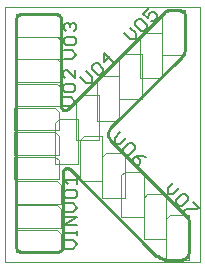
<source format=gto>
G75*
%MOIN*%
%OFA0B0*%
%FSLAX24Y24*%
%IPPOS*%
%LPD*%
%AMOC8*
5,1,8,0,0,1.08239X$1,22.5*
%
%ADD10C,0.0000*%
%ADD11C,0.0100*%
%ADD12C,0.0040*%
%ADD13C,0.0080*%
D10*
X002267Y002517D02*
X002267Y011017D01*
X008767Y011017D01*
X008767Y002517D01*
X002267Y002517D01*
D11*
X002642Y003027D02*
X002642Y010590D01*
X002641Y010590D02*
X002643Y010615D01*
X002648Y010640D01*
X002657Y010664D01*
X002669Y010686D01*
X002684Y010706D01*
X002702Y010724D01*
X002722Y010739D01*
X002744Y010751D01*
X002768Y010760D01*
X002793Y010765D01*
X002818Y010767D01*
X003965Y010767D01*
X003990Y010765D01*
X004015Y010760D01*
X004039Y010751D01*
X004061Y010739D01*
X004081Y010724D01*
X004099Y010706D01*
X004114Y010686D01*
X004126Y010664D01*
X004135Y010640D01*
X004140Y010615D01*
X004142Y010590D01*
X004142Y007693D01*
X004144Y007672D01*
X004149Y007652D01*
X004158Y007633D01*
X004169Y007615D01*
X004184Y007600D01*
X004200Y007587D01*
X004219Y007578D01*
X004239Y007571D01*
X004260Y007568D01*
X004281Y007569D01*
X004302Y007573D01*
X004321Y007580D01*
X004339Y007591D01*
X004355Y007605D01*
X007590Y010840D01*
X007715Y010892D02*
X008090Y010892D01*
X008115Y010890D01*
X008140Y010885D01*
X008164Y010876D01*
X008186Y010864D01*
X008206Y010849D01*
X008224Y010831D01*
X008239Y010811D01*
X008251Y010789D01*
X008260Y010765D01*
X008265Y010740D01*
X008267Y010715D01*
X008267Y009612D01*
X008155Y009343D02*
X005800Y006988D01*
X005778Y006964D01*
X005758Y006937D01*
X005742Y006909D01*
X005729Y006879D01*
X005719Y006848D01*
X005712Y006816D01*
X005708Y006783D01*
X005708Y006751D01*
X005712Y006718D01*
X005719Y006686D01*
X005729Y006655D01*
X005742Y006625D01*
X005758Y006597D01*
X005778Y006570D01*
X005800Y006546D01*
X008351Y003995D01*
X008392Y003896D02*
X008392Y002805D01*
X008392Y002804D02*
X008383Y002773D01*
X008371Y002742D01*
X008355Y002713D01*
X008337Y002686D01*
X008315Y002661D01*
X008290Y002638D01*
X008264Y002619D01*
X008235Y002603D01*
X008204Y002590D01*
X008173Y002580D01*
X008140Y002574D01*
X008107Y002572D01*
X008074Y002574D01*
X008041Y002579D01*
X007667Y002579D01*
X007215Y002818D02*
X004443Y005591D01*
X004426Y005605D01*
X004408Y005617D01*
X004387Y005625D01*
X004366Y005630D01*
X004344Y005632D01*
X004322Y005630D01*
X004301Y005625D01*
X004280Y005617D01*
X004262Y005605D01*
X004245Y005591D01*
X004231Y005574D01*
X004219Y005556D01*
X004211Y005535D01*
X004206Y005514D01*
X004204Y005492D01*
X004204Y003055D01*
X004202Y003028D01*
X004197Y003001D01*
X004189Y002975D01*
X004178Y002950D01*
X004164Y002927D01*
X004147Y002906D01*
X004128Y002887D01*
X004107Y002870D01*
X004084Y002856D01*
X004059Y002845D01*
X004033Y002837D01*
X004006Y002832D01*
X003979Y002830D01*
X003979Y002829D02*
X002839Y002829D01*
X002813Y002831D01*
X002788Y002836D01*
X002763Y002844D01*
X002740Y002856D01*
X002718Y002870D01*
X002699Y002887D01*
X002682Y002906D01*
X002668Y002928D01*
X002656Y002951D01*
X002648Y002976D01*
X002643Y003001D01*
X002641Y003027D01*
X007215Y002818D02*
X007247Y002782D01*
X007281Y002749D01*
X007317Y002718D01*
X007356Y002690D01*
X007396Y002665D01*
X007438Y002643D01*
X007482Y002623D01*
X007527Y002607D01*
X007573Y002595D01*
X007619Y002585D01*
X007666Y002579D01*
X008392Y003896D02*
X008390Y003918D01*
X008385Y003939D01*
X008377Y003960D01*
X008365Y003978D01*
X008351Y003995D01*
X008155Y009343D02*
X008180Y009371D01*
X008202Y009401D01*
X008221Y009433D01*
X008237Y009467D01*
X008250Y009502D01*
X008259Y009538D01*
X008264Y009575D01*
X008266Y009612D01*
X007715Y010892D02*
X007692Y010890D01*
X007669Y010886D01*
X007647Y010879D01*
X007627Y010868D01*
X007607Y010855D01*
X007590Y010840D01*
D12*
X007642Y010892D02*
X007517Y010767D01*
X007517Y009392D01*
X008267Y009392D01*
X008267Y010892D01*
X007642Y010892D01*
X007517Y010142D02*
X006892Y010142D01*
X006767Y010017D01*
X006767Y008642D01*
X007517Y008642D01*
X007517Y010142D01*
X006829Y009454D02*
X006829Y007954D01*
X006079Y007954D01*
X006079Y009329D01*
X006204Y009454D01*
X006829Y009454D01*
X006079Y008704D02*
X006079Y007204D01*
X005329Y007204D01*
X005329Y008579D01*
X005454Y008704D01*
X006079Y008704D01*
X005392Y008079D02*
X005392Y006579D01*
X004642Y006579D01*
X004642Y007954D01*
X004767Y008079D01*
X005392Y008079D01*
X004704Y007267D02*
X004704Y005767D01*
X003954Y005767D01*
X003954Y007142D01*
X004079Y007267D01*
X004704Y007267D01*
X004892Y006704D02*
X004767Y006579D01*
X004767Y005204D01*
X005517Y005204D01*
X005517Y006704D01*
X004892Y006704D01*
X005517Y006017D02*
X005642Y006142D01*
X006267Y006142D01*
X006267Y004642D01*
X005517Y004642D01*
X005517Y006017D01*
X006142Y005392D02*
X006267Y005517D01*
X006892Y005517D01*
X006892Y004017D01*
X006142Y004017D01*
X006142Y005392D01*
X006892Y004642D02*
X007017Y004767D01*
X007642Y004767D01*
X007642Y003267D01*
X006892Y003267D01*
X006892Y004642D01*
X007642Y003954D02*
X007767Y004079D01*
X008392Y004079D01*
X008392Y002579D01*
X007642Y002579D01*
X007642Y003954D01*
X004142Y003642D02*
X002642Y003642D01*
X002642Y004392D01*
X004017Y004392D01*
X004142Y004267D01*
X004142Y003642D01*
X004017Y003579D02*
X004142Y003454D01*
X004142Y002829D01*
X002642Y002829D01*
X002642Y003579D01*
X004017Y003579D01*
X004142Y004454D02*
X002642Y004454D01*
X002642Y005204D01*
X004017Y005204D01*
X004142Y005079D01*
X004142Y004454D01*
X004079Y005267D02*
X002579Y005267D01*
X002579Y006017D01*
X003954Y006017D01*
X004079Y005892D01*
X004079Y005267D01*
X004079Y006079D02*
X002579Y006079D01*
X002579Y006829D01*
X003954Y006829D01*
X004079Y006704D01*
X004079Y006079D01*
X004079Y006892D02*
X002579Y006892D01*
X002579Y007642D01*
X003954Y007642D01*
X004079Y007517D01*
X004079Y006892D01*
X004142Y007704D02*
X002642Y007704D01*
X002642Y008454D01*
X004017Y008454D01*
X004142Y008329D01*
X004142Y007704D01*
X004142Y008517D02*
X002642Y008517D01*
X002642Y009267D01*
X004017Y009267D01*
X004142Y009142D01*
X004142Y008517D01*
X004142Y009267D02*
X002642Y009267D01*
X002642Y010017D01*
X002642Y010767D01*
X004017Y010767D01*
X004142Y010642D01*
X004142Y010017D01*
X002642Y010017D01*
X004017Y010017D01*
X004142Y009892D01*
X004142Y009267D01*
D13*
X004221Y009278D02*
X004501Y009278D01*
X004641Y009418D01*
X004501Y009558D01*
X004221Y009558D01*
X004291Y009738D02*
X004571Y009738D01*
X004641Y009808D01*
X004641Y009948D01*
X004571Y010018D01*
X004291Y010018D01*
X004221Y009948D01*
X004221Y009808D01*
X004291Y009738D01*
X004291Y010198D02*
X004221Y010268D01*
X004221Y010409D01*
X004291Y010479D01*
X004361Y010479D01*
X004431Y010409D01*
X004501Y010479D01*
X004571Y010479D01*
X004641Y010409D01*
X004641Y010268D01*
X004571Y010198D01*
X004431Y010339D02*
X004431Y010409D01*
X005582Y009457D02*
X005582Y009160D01*
X005780Y009358D01*
X005879Y009160D02*
X005582Y009457D01*
X005355Y009131D02*
X005256Y009131D01*
X005157Y009032D01*
X005157Y008933D01*
X005355Y008735D01*
X005454Y008735D01*
X005553Y008834D01*
X005553Y008933D01*
X005355Y009131D01*
X004980Y008855D02*
X005178Y008657D01*
X005178Y008459D01*
X004980Y008459D01*
X004782Y008657D01*
X004614Y008634D02*
X004614Y008914D01*
X004614Y008634D02*
X004334Y008914D01*
X004264Y008914D01*
X004194Y008844D01*
X004194Y008704D01*
X004264Y008634D01*
X004264Y008454D02*
X004194Y008384D01*
X004194Y008243D01*
X004264Y008173D01*
X004544Y008173D01*
X004614Y008243D01*
X004614Y008384D01*
X004544Y008454D01*
X004264Y008454D01*
X004194Y007993D02*
X004474Y007993D01*
X004614Y007853D01*
X004474Y007713D01*
X004194Y007713D01*
X005922Y006642D02*
X005922Y006443D01*
X006120Y006443D01*
X006319Y006642D01*
X006120Y006840D02*
X005922Y006642D01*
X006198Y006267D02*
X006198Y006167D01*
X006297Y006068D01*
X006396Y006068D01*
X006595Y006267D01*
X006595Y006366D01*
X006496Y006465D01*
X006396Y006465D01*
X006198Y006267D01*
X006524Y005941D02*
X006524Y005842D01*
X006623Y005743D01*
X006722Y005743D01*
X006772Y005792D01*
X006772Y005891D01*
X006623Y006040D01*
X006524Y005941D01*
X006623Y006040D02*
X006821Y006040D01*
X006970Y005991D01*
X007886Y005154D02*
X007688Y004956D01*
X007688Y004758D01*
X007886Y004758D01*
X008084Y004956D01*
X008162Y004779D02*
X007964Y004581D01*
X007964Y004482D01*
X008063Y004383D01*
X008162Y004383D01*
X008360Y004581D01*
X008360Y004680D01*
X008261Y004779D01*
X008162Y004779D01*
X008537Y004503D02*
X008736Y004305D01*
X008686Y004255D01*
X008290Y004255D01*
X008240Y004206D01*
X004664Y004316D02*
X004524Y004456D01*
X004244Y004456D01*
X004314Y004636D02*
X004244Y004706D01*
X004244Y004846D01*
X004314Y004916D01*
X004594Y004916D01*
X004664Y004846D01*
X004664Y004706D01*
X004594Y004636D01*
X004314Y004636D01*
X004384Y005096D02*
X004244Y005236D01*
X004664Y005236D01*
X004664Y005096D02*
X004664Y005377D01*
X004664Y004316D02*
X004524Y004175D01*
X004244Y004175D01*
X004244Y004002D02*
X004664Y004002D01*
X004244Y003721D01*
X004664Y003721D01*
X004664Y003554D02*
X004664Y003414D01*
X004664Y003484D02*
X004244Y003484D01*
X004244Y003414D02*
X004244Y003554D01*
X004244Y003234D02*
X004524Y003234D01*
X004664Y003094D01*
X004524Y002954D01*
X004244Y002954D01*
X006426Y009923D02*
X006625Y009923D01*
X006625Y010121D01*
X006426Y010319D01*
X006603Y010397D02*
X006802Y010199D01*
X006901Y010199D01*
X007000Y010298D01*
X007000Y010397D01*
X006802Y010595D01*
X006702Y010595D01*
X006603Y010496D01*
X006603Y010397D01*
X006228Y010121D02*
X006426Y009923D01*
X007028Y010624D02*
X007078Y010772D01*
X007127Y010822D01*
X007226Y010822D01*
X007325Y010723D01*
X007325Y010624D01*
X007226Y010524D01*
X007127Y010524D01*
X007028Y010624D02*
X006879Y010772D01*
X007078Y010970D01*
M02*

</source>
